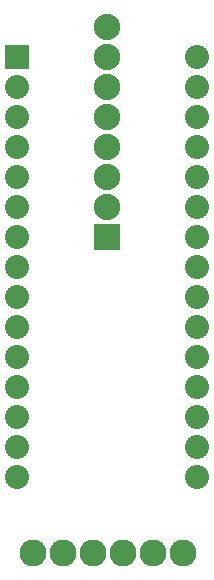
<source format=gts>
G04 MADE WITH FRITZING*
G04 WWW.FRITZING.ORG*
G04 DOUBLE SIDED*
G04 HOLES PLATED*
G04 CONTOUR ON CENTER OF CONTOUR VECTOR*
%ASAXBY*%
%FSLAX23Y23*%
%MOIN*%
%OFA0B0*%
%SFA1.0B1.0*%
%ADD10C,0.080000*%
%ADD11C,0.088000*%
%ADD12C,0.090000*%
%ADD13R,0.079972X0.080000*%
%ADD14R,0.088000X0.088000*%
%ADD15C,0.030000*%
%LNMASK1*%
G90*
G70*
G54D10*
X179Y1729D03*
X179Y1629D03*
X179Y1529D03*
X179Y1429D03*
X179Y1329D03*
X179Y1229D03*
X179Y1129D03*
X179Y1029D03*
X179Y929D03*
X179Y829D03*
X179Y729D03*
X179Y629D03*
X179Y529D03*
X179Y429D03*
X179Y329D03*
X779Y1729D03*
X779Y1629D03*
X779Y1529D03*
X779Y1429D03*
X779Y1329D03*
X779Y1229D03*
X779Y1129D03*
X779Y1029D03*
X779Y929D03*
X779Y829D03*
X779Y729D03*
X779Y629D03*
X779Y529D03*
X779Y429D03*
X779Y329D03*
G54D11*
X479Y1129D03*
X479Y1229D03*
X479Y1329D03*
X479Y1429D03*
X479Y1529D03*
X479Y1629D03*
X479Y1729D03*
X479Y1829D03*
X479Y1129D03*
X479Y1229D03*
X479Y1329D03*
X479Y1429D03*
X479Y1529D03*
X479Y1629D03*
X479Y1729D03*
X479Y1829D03*
G54D12*
X231Y76D03*
X331Y76D03*
X431Y76D03*
X531Y76D03*
X631Y76D03*
X731Y76D03*
X231Y76D03*
X331Y76D03*
X431Y76D03*
X531Y76D03*
X631Y76D03*
X731Y76D03*
G54D13*
X179Y1729D03*
G54D14*
X479Y1129D03*
X479Y1129D03*
G54D15*
G36*
X201Y106D02*
X261Y106D01*
X261Y46D01*
X201Y46D01*
X201Y106D01*
G37*
D02*
G36*
X201Y106D02*
X261Y106D01*
X261Y46D01*
X201Y46D01*
X201Y106D01*
G37*
D02*
G04 End of Mask1*
M02*
</source>
